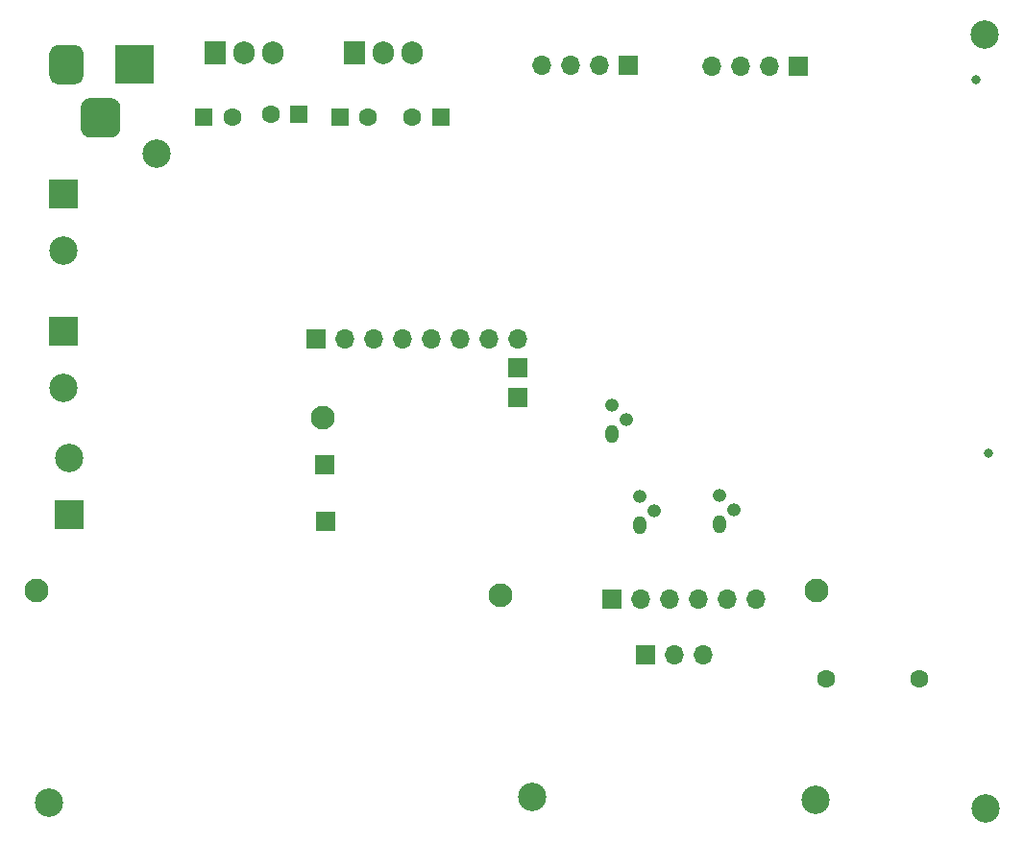
<source format=gbr>
%TF.GenerationSoftware,KiCad,Pcbnew,(5.1.8)-1*%
%TF.CreationDate,2021-07-02T09:49:45+03:00*%
%TF.ProjectId,Automation 101_Agriboard,4175746f-6d61-4746-996f-6e203130315f,rev?*%
%TF.SameCoordinates,Original*%
%TF.FileFunction,Soldermask,Bot*%
%TF.FilePolarity,Negative*%
%FSLAX46Y46*%
G04 Gerber Fmt 4.6, Leading zero omitted, Abs format (unit mm)*
G04 Created by KiCad (PCBNEW (5.1.8)-1) date 2021-07-02 09:49:45*
%MOMM*%
%LPD*%
G01*
G04 APERTURE LIST*
%ADD10C,2.100000*%
%ADD11R,1.600000X1.600000*%
%ADD12C,1.600000*%
%ADD13C,2.500000*%
%ADD14R,2.500000X2.500000*%
%ADD15R,3.500000X3.500000*%
%ADD16R,1.700000X1.700000*%
%ADD17O,1.700000X1.700000*%
%ADD18O,1.200000X1.600000*%
%ADD19O,1.200000X1.200000*%
%ADD20C,0.800000*%
%ADD21O,1.905000X2.000000*%
%ADD22R,1.905000X2.000000*%
G04 APERTURE END LIST*
D10*
%TO.C,REF\u002A\u002A*%
X59100000Y-82890000D03*
%TD*%
%TO.C,REF\u002A\u002A*%
X127890000Y-82910000D03*
%TD*%
%TO.C,REF\u002A\u002A*%
X84370000Y-67650000D03*
%TD*%
%TO.C,REF\u002A\u002A*%
X99980000Y-83330000D03*
%TD*%
D11*
%TO.C,C7*%
X73860000Y-41120000D03*
D12*
X76360000Y-41120000D03*
%TD*%
%TO.C,C13*%
X79760000Y-40920000D03*
D11*
X82260000Y-40920000D03*
%TD*%
%TO.C,C16*%
X85860000Y-41120000D03*
D12*
X88360000Y-41120000D03*
%TD*%
%TO.C,C17*%
X92260000Y-41120000D03*
D11*
X94760000Y-41120000D03*
%TD*%
D13*
%TO.C,H1*%
X127740000Y-101320000D03*
%TD*%
%TO.C,H2*%
X102840000Y-101110000D03*
%TD*%
%TO.C,H5*%
X69710000Y-44370000D03*
%TD*%
%TO.C,H6*%
X142700000Y-33860000D03*
%TD*%
%TO.C,H7*%
X60180000Y-101580000D03*
%TD*%
%TO.C,H8*%
X142770000Y-102140000D03*
%TD*%
%TO.C,J2*%
X61470000Y-52900000D03*
D14*
X61470000Y-47900000D03*
%TD*%
D15*
%TO.C,J3*%
X67760000Y-36520000D03*
G36*
G01*
X60260000Y-37520000D02*
X60260000Y-35520000D01*
G75*
G02*
X61010000Y-34770000I750000J0D01*
G01*
X62510000Y-34770000D01*
G75*
G02*
X63260000Y-35520000I0J-750000D01*
G01*
X63260000Y-37520000D01*
G75*
G02*
X62510000Y-38270000I-750000J0D01*
G01*
X61010000Y-38270000D01*
G75*
G02*
X60260000Y-37520000I0J750000D01*
G01*
G37*
G36*
G01*
X63010000Y-42095000D02*
X63010000Y-40345000D01*
G75*
G02*
X63885000Y-39470000I875000J0D01*
G01*
X65635000Y-39470000D01*
G75*
G02*
X66510000Y-40345000I0J-875000D01*
G01*
X66510000Y-42095000D01*
G75*
G02*
X65635000Y-42970000I-875000J0D01*
G01*
X63885000Y-42970000D01*
G75*
G02*
X63010000Y-42095000I0J875000D01*
G01*
G37*
%TD*%
D16*
%TO.C,J4*%
X126300000Y-36650000D03*
D17*
X123760000Y-36650000D03*
X121220000Y-36650000D03*
X118680000Y-36650000D03*
%TD*%
D14*
%TO.C,J5*%
X61970000Y-76200000D03*
D13*
X61970000Y-71200000D03*
%TD*%
D17*
%TO.C,J6*%
X103620000Y-36610000D03*
X106160000Y-36610000D03*
X108700000Y-36610000D03*
D16*
X111240000Y-36610000D03*
%TD*%
%TO.C,J7*%
X112830000Y-88560000D03*
D17*
X115370000Y-88560000D03*
X117910000Y-88560000D03*
%TD*%
D16*
%TO.C,J8*%
X109810000Y-83690000D03*
D17*
X112350000Y-83690000D03*
X114890000Y-83690000D03*
X117430000Y-83690000D03*
X119970000Y-83690000D03*
X122510000Y-83690000D03*
%TD*%
D16*
%TO.C,J9*%
X83760000Y-60740000D03*
D17*
X86300000Y-60740000D03*
X88840000Y-60740000D03*
X91380000Y-60740000D03*
X93920000Y-60740000D03*
X96460000Y-60740000D03*
X99000000Y-60740000D03*
X101540000Y-60740000D03*
%TD*%
D16*
%TO.C,J10*%
X84580000Y-76810000D03*
%TD*%
%TO.C,J11*%
X84500000Y-71790000D03*
%TD*%
%TO.C,J12*%
X101500000Y-65860000D03*
%TD*%
%TO.C,J13*%
X101500000Y-63260000D03*
%TD*%
D14*
%TO.C,J14*%
X61470000Y-60000000D03*
D13*
X61470000Y-65000000D03*
%TD*%
D18*
%TO.C,Q3*%
X119290000Y-77060000D03*
D19*
X120560000Y-75790000D03*
X119290000Y-74520000D03*
%TD*%
D18*
%TO.C,Q4*%
X112290000Y-77100000D03*
D19*
X113560000Y-75830000D03*
X112290000Y-74560000D03*
%TD*%
%TO.C,Q5*%
X109820000Y-66510000D03*
X111090000Y-67780000D03*
D18*
X109820000Y-69050000D03*
%TD*%
D12*
%TO.C,R13*%
X128720000Y-90710000D03*
X136920000Y-90710000D03*
%TD*%
D20*
%TO.C,SW2*%
X141920000Y-37840000D03*
%TD*%
%TO.C,SW3*%
X142990000Y-70760000D03*
%TD*%
D21*
%TO.C,U1*%
X79940000Y-35520000D03*
X77400000Y-35520000D03*
D22*
X74860000Y-35520000D03*
%TD*%
%TO.C,U5*%
X87160000Y-35520000D03*
D21*
X89700000Y-35520000D03*
X92240000Y-35520000D03*
%TD*%
M02*

</source>
